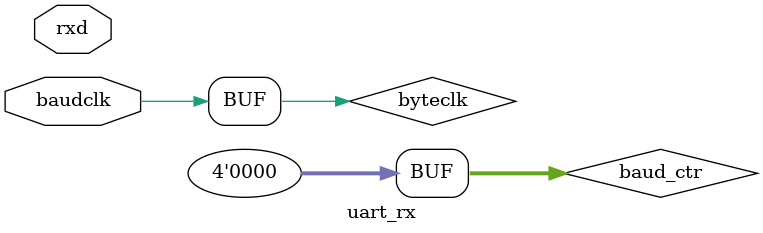
<source format=v>




module uart_rx (input baudclk, input rxd);
   reg [8:0] sr = 9'b0;
   reg [3:0]  baud_ctr = 4'b0;

   /*
   wire       byteclk = baud_ctr[3];
   reg 	      rxd_d1 = 0;
   always @(posedge baudclk)
     rxd_d1 <= rxd;
   
   always @(posedge baudclk)
     if(rxd_d1 != rxd)
       baud_ctr <= 0;
     else
       baud_ctr <= baud_ctr + 1;
*/

   wire       byteclk = baudclk;
   
   always @(posedge byteclk)
     sr <= { rxd, sr[8:1] };

   reg [3:0]  state = 0;
   always @(posedge byteclk)
     case(state)
       0 : 
	 if(~sr[8] & sr[7])  // found start bit
	   state  <= 1;
       1, 2, 3, 4, 5, 6, 7, 8 :
	 state <= state + 1;
       9 : 
	 begin
	    state <= 0;
	    $write("%c",sr[7:0]);
	    if(~sr[8])
	      $display("Error, no stop bit\n");
	 end
       default :
	 state <= 0;
     endcase // case(state)

endmodule // uart_rx


</source>
